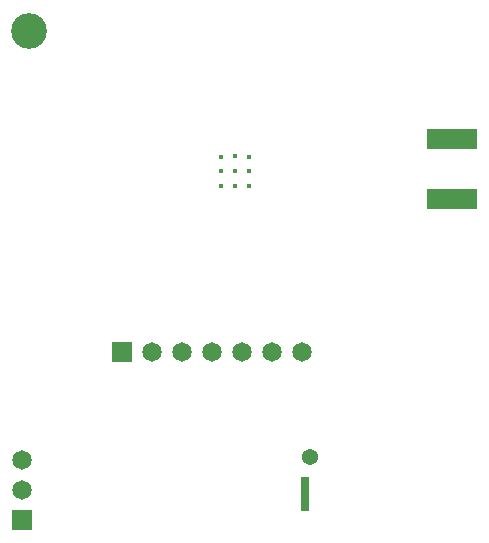
<source format=gbs>
G04 Layer_Color=16711935*
%FSLAX25Y25*%
%MOIN*%
G70*
G01*
G75*
%ADD74R,0.16584X0.06584*%
%ADD86C,0.06506*%
%ADD87R,0.06506X0.06506*%
%ADD88R,0.06506X0.06506*%
%ADD89C,0.05403*%
%ADD90C,0.11900*%
%ADD91C,0.01772*%
%ADD92R,0.02962X0.11624*%
D74*
X162500Y178000D02*
D03*
Y198000D02*
D03*
D86*
X112500Y127000D02*
D03*
X102500D02*
D03*
X92500D02*
D03*
X82500D02*
D03*
X62500D02*
D03*
X72500D02*
D03*
X19000Y91000D02*
D03*
Y81000D02*
D03*
D87*
X52500Y127000D02*
D03*
D88*
X19000Y71000D02*
D03*
D89*
X115000Y92129D02*
D03*
D90*
X21550Y234150D02*
D03*
D91*
X90000Y187303D02*
D03*
Y192421D02*
D03*
X94724Y187303D02*
D03*
Y192028D02*
D03*
X90000Y182579D02*
D03*
X94724Y182579D02*
D03*
X85276Y187303D02*
D03*
Y192028D02*
D03*
Y182579D02*
D03*
D92*
X113500Y79728D02*
D03*
M02*

</source>
